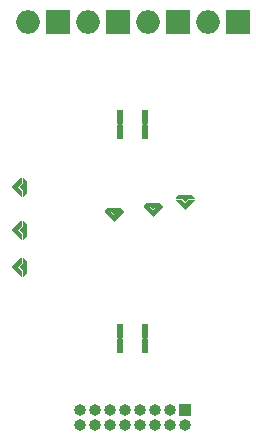
<source format=gbs>
G04 #@! TF.GenerationSoftware,KiCad,Pcbnew,8.0.1*
G04 #@! TF.CreationDate,2024-09-18T22:43:32-06:00*
G04 #@! TF.ProjectId,semg,73656d67-2e6b-4696-9361-645f70636258,rev?*
G04 #@! TF.SameCoordinates,Original*
G04 #@! TF.FileFunction,Soldermask,Bot*
G04 #@! TF.FilePolarity,Negative*
%FSLAX46Y46*%
G04 Gerber Fmt 4.6, Leading zero omitted, Abs format (unit mm)*
G04 Created by KiCad (PCBNEW 8.0.1) date 2024-09-18 22:43:32*
%MOMM*%
%LPD*%
G01*
G04 APERTURE LIST*
G04 Aperture macros list*
%AMRoundRect*
0 Rectangle with rounded corners*
0 $1 Rounding radius*
0 $2 $3 $4 $5 $6 $7 $8 $9 X,Y pos of 4 corners*
0 Add a 4 corners polygon primitive as box body*
4,1,4,$2,$3,$4,$5,$6,$7,$8,$9,$2,$3,0*
0 Add four circle primitives for the rounded corners*
1,1,$1+$1,$2,$3*
1,1,$1+$1,$4,$5*
1,1,$1+$1,$6,$7*
1,1,$1+$1,$8,$9*
0 Add four rect primitives between the rounded corners*
20,1,$1+$1,$2,$3,$4,$5,0*
20,1,$1+$1,$4,$5,$6,$7,0*
20,1,$1+$1,$6,$7,$8,$9,0*
20,1,$1+$1,$8,$9,$2,$3,0*%
%AMFreePoly0*
4,1,18,0.017678,0.267678,0.260356,0.025000,0.750000,0.025000,0.767678,0.017678,0.775000,0.000000,0.767678,-0.017678,0.517678,-0.267678,0.500000,-0.275000,-0.500000,-0.275000,-0.517678,-0.267678,-0.767678,-0.017678,-0.775000,0.000000,-0.767678,0.017678,-0.750000,0.025000,-0.260356,0.025000,-0.017678,0.267678,0.000000,0.275000,0.017678,0.267678,0.017678,0.267678,$1*%
%AMFreePoly1*
4,1,17,0.017678,0.287678,0.767678,-0.462322,0.775000,-0.480000,0.767678,-0.497678,0.750000,-0.505000,0.325000,-0.505000,0.307322,-0.497678,0.000000,-0.190356,-0.307322,-0.497678,-0.325000,-0.505000,-0.750000,-0.505000,-0.767678,-0.497678,-0.775000,-0.480000,-0.767678,-0.462322,-0.017678,0.287678,0.000000,0.295000,0.017678,0.287678,0.017678,0.287678,$1*%
G04 Aperture macros list end*
%ADD10C,0.050000*%
%ADD11R,2.000000X2.000000*%
%ADD12O,2.000000X2.000000*%
%ADD13R,1.000000X1.000000*%
%ADD14O,1.000000X1.000000*%
%ADD15FreePoly0,90.000000*%
%ADD16FreePoly1,90.000000*%
%ADD17FreePoly0,180.000000*%
%ADD18FreePoly1,180.000000*%
%ADD19RoundRect,0.102000X0.190000X-0.310000X0.190000X0.310000X-0.190000X0.310000X-0.190000X-0.310000X0*%
%ADD20RoundRect,0.102000X0.190000X-0.120000X0.190000X0.120000X-0.190000X0.120000X-0.190000X-0.120000X0*%
G04 APERTURE END LIST*
D10*
X56877500Y-34325000D02*
X56552500Y-34650000D01*
X56877500Y-34975000D01*
X56877500Y-35400000D01*
X56127500Y-34650000D01*
X56877500Y-33900000D01*
X56877500Y-34325000D01*
G36*
X56877500Y-34325000D02*
G01*
X56552500Y-34650000D01*
X56877500Y-34975000D01*
X56877500Y-35400000D01*
X56127500Y-34650000D01*
X56877500Y-33900000D01*
X56877500Y-34325000D01*
G37*
X57272500Y-34150000D02*
X57272500Y-35150000D01*
X57022500Y-35400000D01*
X57022500Y-34900000D01*
X56772500Y-34650000D01*
X57022500Y-34400000D01*
X57022500Y-33900000D01*
X57272500Y-34150000D01*
G36*
X57272500Y-34150000D02*
G01*
X57272500Y-35150000D01*
X57022500Y-35400000D01*
X57022500Y-34900000D01*
X56772500Y-34650000D01*
X57022500Y-34400000D01*
X57022500Y-33900000D01*
X57272500Y-34150000D01*
G37*
X64750000Y-33497500D02*
X65075000Y-33172500D01*
X65500000Y-33172500D01*
X64750000Y-33922500D01*
X64000000Y-33172500D01*
X64425000Y-33172500D01*
X64750000Y-33497500D01*
G36*
X64750000Y-33497500D02*
G01*
X65075000Y-33172500D01*
X65500000Y-33172500D01*
X64750000Y-33922500D01*
X64000000Y-33172500D01*
X64425000Y-33172500D01*
X64750000Y-33497500D01*
G37*
X65500000Y-33027500D02*
X65000000Y-33027500D01*
X64750000Y-33277500D01*
X64500000Y-33027500D01*
X64000000Y-33027500D01*
X64250000Y-32777500D01*
X65250000Y-32777500D01*
X65500000Y-33027500D01*
G36*
X65500000Y-33027500D02*
G01*
X65000000Y-33027500D01*
X64750000Y-33277500D01*
X64500000Y-33027500D01*
X64000000Y-33027500D01*
X64250000Y-32777500D01*
X65250000Y-32777500D01*
X65500000Y-33027500D01*
G37*
X68050000Y-33070000D02*
X68375000Y-32745000D01*
X68800000Y-32745000D01*
X68050000Y-33495000D01*
X67300000Y-32745000D01*
X67725000Y-32745000D01*
X68050000Y-33070000D01*
G36*
X68050000Y-33070000D02*
G01*
X68375000Y-32745000D01*
X68800000Y-32745000D01*
X68050000Y-33495000D01*
X67300000Y-32745000D01*
X67725000Y-32745000D01*
X68050000Y-33070000D01*
G37*
X68800000Y-32600000D02*
X68300000Y-32600000D01*
X68050000Y-32850000D01*
X67800000Y-32600000D01*
X67300000Y-32600000D01*
X67550000Y-32350000D01*
X68550000Y-32350000D01*
X68800000Y-32600000D01*
G36*
X68800000Y-32600000D02*
G01*
X68300000Y-32600000D01*
X68050000Y-32850000D01*
X67800000Y-32600000D01*
X67300000Y-32600000D01*
X67550000Y-32350000D01*
X68550000Y-32350000D01*
X68800000Y-32600000D01*
G37*
X56877500Y-30725000D02*
X56552500Y-31050000D01*
X56877500Y-31375000D01*
X56877500Y-31800000D01*
X56127500Y-31050000D01*
X56877500Y-30300000D01*
X56877500Y-30725000D01*
G36*
X56877500Y-30725000D02*
G01*
X56552500Y-31050000D01*
X56877500Y-31375000D01*
X56877500Y-31800000D01*
X56127500Y-31050000D01*
X56877500Y-30300000D01*
X56877500Y-30725000D01*
G37*
X57272500Y-30550000D02*
X57272500Y-31550000D01*
X57022500Y-31800000D01*
X57022500Y-31300000D01*
X56772500Y-31050000D01*
X57022500Y-30800000D01*
X57022500Y-30300000D01*
X57272500Y-30550000D01*
G36*
X57272500Y-30550000D02*
G01*
X57272500Y-31550000D01*
X57022500Y-31800000D01*
X57022500Y-31300000D01*
X56772500Y-31050000D01*
X57022500Y-30800000D01*
X57022500Y-30300000D01*
X57272500Y-30550000D01*
G37*
X70750000Y-32447500D02*
X71075000Y-32122500D01*
X71500000Y-32122500D01*
X70750000Y-32872500D01*
X70000000Y-32122500D01*
X70425000Y-32122500D01*
X70750000Y-32447500D01*
G36*
X70750000Y-32447500D02*
G01*
X71075000Y-32122500D01*
X71500000Y-32122500D01*
X70750000Y-32872500D01*
X70000000Y-32122500D01*
X70425000Y-32122500D01*
X70750000Y-32447500D01*
G37*
X71500000Y-31977500D02*
X71000000Y-31977500D01*
X70750000Y-32227500D01*
X70500000Y-31977500D01*
X70000000Y-31977500D01*
X70250000Y-31727500D01*
X71250000Y-31727500D01*
X71500000Y-31977500D01*
G36*
X71500000Y-31977500D02*
G01*
X71000000Y-31977500D01*
X70750000Y-32227500D01*
X70500000Y-31977500D01*
X70000000Y-31977500D01*
X70250000Y-31727500D01*
X71250000Y-31727500D01*
X71500000Y-31977500D01*
G37*
X56877500Y-37475000D02*
X56552500Y-37800000D01*
X56877500Y-38125000D01*
X56877500Y-38550000D01*
X56127500Y-37800000D01*
X56877500Y-37050000D01*
X56877500Y-37475000D01*
G36*
X56877500Y-37475000D02*
G01*
X56552500Y-37800000D01*
X56877500Y-38125000D01*
X56877500Y-38550000D01*
X56127500Y-37800000D01*
X56877500Y-37050000D01*
X56877500Y-37475000D01*
G37*
X57272500Y-37300000D02*
X57272500Y-38300000D01*
X57022500Y-38550000D01*
X57022500Y-38050000D01*
X56772500Y-37800000D01*
X57022500Y-37550000D01*
X57022500Y-37050000D01*
X57272500Y-37300000D01*
G36*
X57272500Y-37300000D02*
G01*
X57272500Y-38300000D01*
X57022500Y-38550000D01*
X57022500Y-38050000D01*
X56772500Y-37800000D01*
X57022500Y-37550000D01*
X57022500Y-37050000D01*
X57272500Y-37300000D01*
G37*
D11*
X75250000Y-17050000D03*
D12*
X72710000Y-17050000D03*
D11*
X70170000Y-17050000D03*
D12*
X67630000Y-17050000D03*
D11*
X65090000Y-17050000D03*
D12*
X62550000Y-17050000D03*
D11*
X60010000Y-17050000D03*
D12*
X57470000Y-17050000D03*
D13*
X70810000Y-49875000D03*
D14*
X70810000Y-51145000D03*
X69540000Y-49875000D03*
X69540000Y-51145000D03*
X68270000Y-49875000D03*
X68270000Y-51145000D03*
X67000000Y-49875000D03*
X67000000Y-51145000D03*
X65730000Y-49875000D03*
X65730000Y-51145000D03*
X64460000Y-49875000D03*
X64460000Y-51145000D03*
X63190000Y-49875000D03*
X63190000Y-51145000D03*
X61920000Y-49875000D03*
X61920000Y-51145000D03*
D15*
X57022500Y-34650000D03*
D16*
X56397500Y-34650000D03*
D17*
X64750000Y-33027500D03*
D18*
X64750000Y-33652500D03*
D19*
X65280000Y-44650000D03*
X67420000Y-44650000D03*
X65280000Y-43050000D03*
X67420000Y-43050000D03*
D20*
X65280000Y-44050000D03*
X67420000Y-44050000D03*
X65280000Y-43650000D03*
X67420000Y-43650000D03*
D19*
X65280000Y-26550000D03*
X67420000Y-26550000D03*
X65280000Y-24950000D03*
X67420000Y-24950000D03*
D20*
X65280000Y-25950000D03*
X67420000Y-25950000D03*
X65280000Y-25550000D03*
X67420000Y-25550000D03*
D17*
X68050000Y-32600000D03*
D18*
X68050000Y-33225000D03*
D15*
X57022500Y-31050000D03*
D16*
X56397500Y-31050000D03*
D17*
X70750000Y-31977500D03*
D18*
X70750000Y-32602500D03*
D15*
X57022500Y-37800000D03*
D16*
X56397500Y-37800000D03*
M02*

</source>
